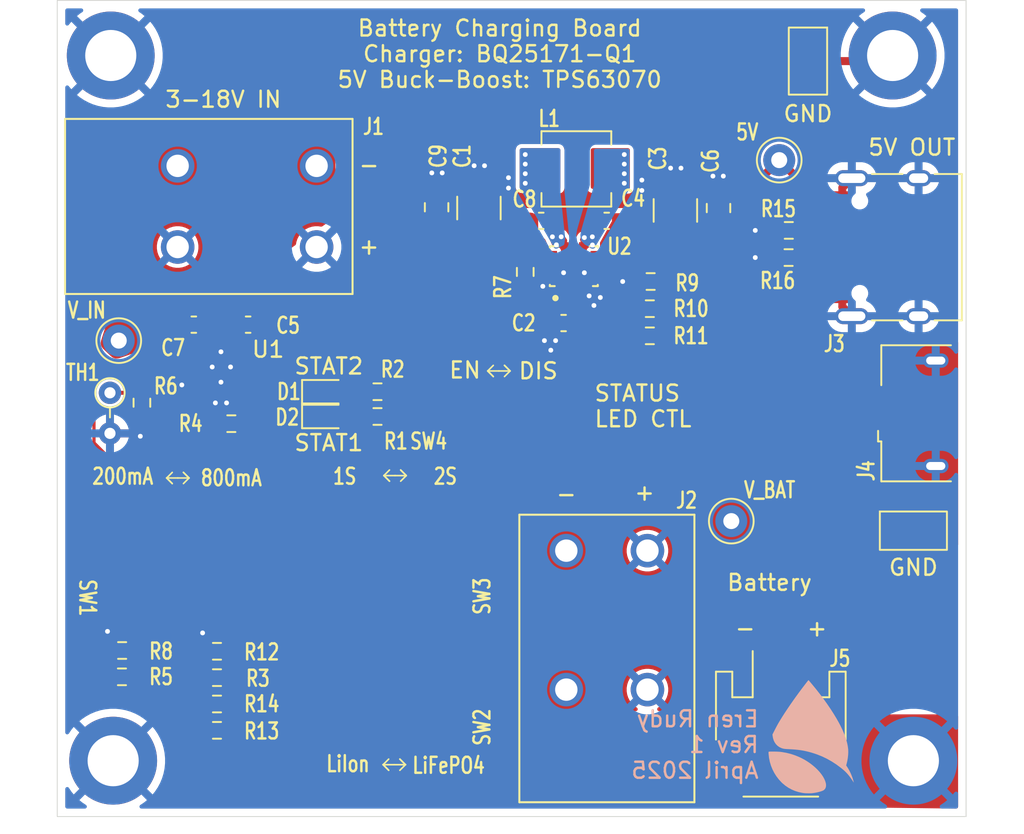
<source format=kicad_pcb>
(kicad_pcb (version 20241229) (generator "pcbnew") (generator_version "9.0")
  (layers (0 "F.Cu" signal) (2 "B.Cu" signal) (13 "F.Paste" user) (15 "B.Paste" user) (5 "F.SilkS" user "F.Silkscreen") (7 "B.SilkS" user "B.Silkscreen") (1 "F.Mask" user) (3 "B.Mask" user) (25 "Edge.Cuts" user))
  (net 0 "")
  (net 1 "Net-(D1-A)")
  (net 2 "Net-(D1-K)")
  (net 3 "Net-(D2-K)")
  (net 4 "Net-(D2-A)")
  (net 5 "GND")
  (net 6 "Net-(U1-CHM_TMR)")
  (net 7 "Net-(U1-TS)")
  (net 8 "/PWR_BAT")
  (net 9 "Net-(U2-VAUX)")
  (net 10 "/5V0")
  (net 11 "/PWR_PANEL")
  (net 18 "Net-(J3-CC2)")
  (net 19 "Net-(J3-CC1)")
  (net 23 "Net-(U2-L1)")
  (net 24 "Net-(U2-L2)")
  (net 25 "Net-(R1-Pad2)")
  (net 26 "Net-(R3-Pad2)")
  (net 27 "Net-(R5-Pad2)")
  (net 28 "Net-(U2-EN)")
  (net 29 "Net-(R8-Pad2)")
  (net 30 "Net-(U2-FB)")
  (net 31 "Net-(U2-PG)")
  (net 32 "Net-(R12-Pad2)")
  (net 33 "Net-(R13-Pad2)")
  (net 34 "Net-(R14-Pad2)")
  (net 37 "/ISET")
  (net 39 "Net-(SW2-B-Pad2)")
  (net 40 "Net-(SW2-B-Pad5)")
  (net 43 "/VSET")
  (footprint "Capacitor_SMD:C_1210_3225Metric_Pad1.33x2.70mm_HandSolder" (layer "F.Cu") (at 127.13 87.05 -90)
    (property "Reference" "C1")
    (property "Value" "47u")
  )
  (footprint "LED_SMD:LED_0603_1608Metric" (layer "F.Cu") (at 117.5425 100.1)
    (property "Reference" "D2")
    (property "Value" "LED")
  )
  (footprint "rwh-sensors:TI_VQFN15_TPS63070RNMR" (layer "F.Cu") (at 133.07 90.6875 90)
    (property "Reference" "U2")
    (property "Value" "TPS63070")
  )
  (footprint "Capacitor_SMD:C_0603_1608Metric_Pad1.08x0.95mm_HandSolder" (layer "F.Cu") (at 132.43 94.25)
    (property "Reference" "C2")
    (property "Value" "100n")
  )
  (footprint "Inductor_SMD:L_Changjiang_FXL0420" (layer "F.Cu") (at 133.23 84.6)
    (property "Reference" "L1")
    (property "Value" "1.5uH")
  )
  (footprint "Resistor_SMD:R_0603_1608Metric_Pad0.98x0.95mm_HandSolder" (layer "F.Cu") (at 110.73 118.1)
    (property "Reference" "R14")
    (property "Value" "3.6k")
  )
  (footprint "rwh-sensors:TI_VSON10_BQ25171" (layer "F.Cu") (at 110.98 97)
    (property "Reference" "U1")
    (property "Value" "BQ25171-Q1")
  )
  (footprint "MountingHole:MountingHole_3.2mm_M3_ISO14580_Pad" (layer "F.Cu") (at 104.23 121.65)
    (property "Reference" "H3" (hide yes))
    (property "Value" "MountingHole_Pad")
  )
  (footprint "rwh-sensors:JLC_DongGuan_DSIC01LSGET" (layer "F.Cu") (at 128.43 99.4 90)
    (property "Reference" "SW4")
    (property "Value" "SW_DIP_x01")
  )
  (footprint "Resistor_SMD:R_0603_1608Metric_Pad0.98x0.95mm_HandSolder" (layer "F.Cu") (at 106.03 99.2375 90)
    (property "Reference" "R6")
    (property "Value" "10k")
  )
  (footprint "Resistor_SMD:R_0603_1608Metric_Pad0.98x0.95mm_HandSolder" (layer "F.Cu") (at 120.78 98.55)
    (property "Reference" "R2")
    (property "Value" "10k")
  )
  (footprint "Resistor_SMD:R_0603_1608Metric_Pad0.98x0.95mm_HandSolder" (layer "F.Cu") (at 111.63 100.55)
    (property "Reference" "R4")
    (property "Value" "62k")
  )
  (footprint "rwh-sensors:JLC_SHOU-HAN_MST22D18G2" (layer "F.Cu") (at 121.88 108.65 180)
    (property "Reference" "SW3")
    (property "Value" "SW_Slide_DPDT")
  )
  (footprint "Resistor_SMD:R_0603_1608Metric_Pad0.98x0.95mm_HandSolder" (layer "F.Cu") (at 120.78 100.1)
    (property "Reference" "R1")
    (property "Value" "10k")
  )
  (footprint "rwh-sensors:PHOENIX_1017503" (layer "F.Cu") (at 101.2175 81.47 -90)
    (property "Reference" "J1")
    (property "Value" "1017503")
  )
  (footprint "rwh-sensors:JLC_SHOU-HAN_MST22D18G2" (layer "F.Cu") (at 121.83 116.8)
    (property "Reference" "SW2")
    (property "Value" "SW_Slide_DPDT")
  )
  (footprint "Capacitor_SMD:C_1210_3225Metric_Pad1.33x2.70mm_HandSolder" (layer "F.Cu") (at 139.43 87.2 -90)
    (property "Reference" "C3")
    (property "Value" "47u")
  )
  (footprint "TestPoint:TestPoint_Keystone_5019_Miniature" (layer "F.Cu") (at 147.73 77.85 -90)
    (property "Reference" "TP4" (hide yes))
    (property "Value" "TestPoint")
  )
  (footprint "Capacitor_SMD:C_0603_1608Metric_Pad1.08x0.95mm_HandSolder" (layer "F.Cu") (at 109.28 94.35 180)
    (property "Reference" "C7")
    (property "Value" "1u")
  )
  (footprint "MountingHole:MountingHole_3.2mm_M3_ISO14580_Pad" (layer "F.Cu") (at 153.03 77.5)
    (property "Reference" "H2" (hide yes))
    (property "Value" "MountingHole_Pad")
  )
  (footprint "Resistor_SMD:R_0603_1608Metric_Pad0.98x0.95mm_HandSolder" (layer "F.Cu") (at 104.78 116.4)
    (property "Reference" "R5")
    (property "Value" "375")
  )
  (footprint "Capacitor_SMD:C_0603_1608Metric_Pad1.08x0.95mm_HandSolder" (layer "F.Cu") (at 112.68 94.35)
    (property "Reference" "C5")
    (property "Value" "1u")
  )
  (footprint "Resistor_SMD:R_0603_1608Metric_Pad0.98x0.95mm_HandSolder" (layer "F.Cu") (at 137.83 93.35 180)
    (property "Reference" "R10")
    (property "Value" "523k")
  )
  (footprint "TestPoint:TestPoint_Keystone_5000-5004_Miniature" (layer "F.Cu") (at 142.93 106.65)
    (property "Reference" "TP2" (hide yes))
    (property "Value" "TestPoint")
  )
  (footprint "Resistor_SMD:R_0603_1608Metric_Pad0.98x0.95mm_HandSolder" (layer "F.Cu") (at 104.7925 114.75)
    (property "Reference" "R8")
    (property "Value" "1.5k")
  )
  (footprint "MountingHole:MountingHole_3.2mm_M3_ISO14580_Pad" (layer "F.Cu") (at 104.08 77.5)
    (property "Reference" "H1" (hide yes))
    (property "Value" "MountingHole_Pad")
  )
  (footprint "LED_SMD:LED_0603_1608Metric" (layer "F.Cu") (at 117.5425 98.55)
    (property "Reference" "D1")
    (property "Value" "LED")
  )
  (footprint "Resistor_THT:R_Axial_DIN0204_L3.6mm_D1.6mm_P2.54mm_Vertical" (layer "F.Cu") (at 104.03 98.6175 -90)
    (property "Reference" "TH1")
    (property "Value" "10k")
  )
  (footprint "Resistor_SMD:R_0603_1608Metric_Pad0.98x0.95mm_HandSolder" (layer "F.Cu") (at 146.53 88.45 180)
    (property "Reference" "R15")
    (property "Value" "5.1k")
  )
  (footprint "TestPoint:TestPoint_Keystone_5000-5004_Miniature" (layer "F.Cu") (at 145.93 84.05)
    (property "Reference" "TP3" (hide yes))
    (property "Value" "TestPoint")
  )
  (footprint "Capacitor_SMD:C_0805_2012Metric_Pad1.18x1.45mm_HandSolder" (layer "F.Cu") (at 124.48 87 -90)
    (property "Reference" "C9")
    (property "Value" "47u")
  )
  (footprint "MountingHole:MountingHole_3.2mm_M3_ISO14580_Pad" (layer "F.Cu") (at 154.33 121.65)
    (property "Reference" "H4" (hide yes))
    (property "Value" "MountingHole_Pad")
  )
  (footprint "Connector_USB:USB_C_Receptacle_XKB_U262-16XN-4BVC11" (layer "F.Cu") (at 153.58 89.5 90)
    (property "Reference" "J3")
    (property "Value" "USB_C_Receptacle_USB2.0_16P")
  )
  (footprint "Resistor_SMD:R_0603_1608Metric_Pad0.98x0.95mm_HandSolder" (layer "F.Cu") (at 137.83 95.05)
    (property "Reference" "R11")
    (property "Value" "100k")
  )
  (footprint "Resistor_SMD:R_0603_1608Metric_Pad0.98x0.95mm_HandSolder" (layer "F.Cu") (at 130.03 91.05 90)
    (property "Reference" "R7")
    (property "Value" "10k")
  )
  (footprint "Capacitor_SMD:C_0805_2012Metric_Pad1.18x1.45mm_HandSolder" (layer "F.Cu") (at 142.13 87.05 -90)
    (property "Reference" "C6")
    (property "Value" "100u")
  )
  (footprint "Capacitor_SMD:C_0603_1608Metric_Pad1.08x0.95mm_HandSolder" (layer "F.Cu") (at 131.03 87.85)
    (property "Reference" "C8")
    (property "Value" "10u")
  )
  (footprint "Resistor_SMD:R_0603_1608Metric_Pad0.98x0.95mm_HandSolder" (layer "F.Cu") (at 110.73 119.75)
    (property "Reference" "R13")
    (property "Value" "6.2k")
  )
  (footprint "Connector_USB:USB_Micro-B_Amphenol_10118193-0002LF_Horizontal" (layer "F.Cu") (at 155.73 99.9 90)
    (property "Reference" "J4")
    (property "Value" "USB_B_Micro")
  )
  (footprint "rwh-sensors:PHOENIX_1017503" (layer "F.Cu") (at 129.66 124.25)
    (property "Reference" "J2")
    (property "Value" "1017503")
  )
  (footprint "TestPoint:TestPoint_Keystone_5000-5004_Miniature" (layer "F.Cu") (at 104.58 95.35)
    (property "Reference" "TP1" (hide yes))
    (property "Value" "TestPoint")
  )
  (footprint "Resistor_SMD:R_0603_1608Metric_Pad0.98x0.95mm_HandSolder" (layer "F.Cu") (at 110.73 114.8)
    (property "Reference" "R12")
    (property "Value" "18k")
  )
  (footprint "rwh-sensors:JLC_SHOU-HAN_MST22D18G2" (layer "F.Cu") (at 108.23 108.65)
    (property "Reference" "SW1")
    (property "Value" "SW_Slide_DPDT")
  )
  (footprint "Resistor_SMD:R_0603_1608Metric_Pad0.98x0.95mm_HandSolder" (layer "F.Cu") (at 146.5175 90.15 180)
    (property "Reference" "R16")
    (property "Value" "5.1k")
  )
  (footprint "Capacitor_SMD:C_0603_1608Metric_Pad1.08x0.95mm_HandSolder" (layer "F.Cu") (at 135.13 87.85)
    (property "Reference" "C4")
    (property "Value" "10u")
  )
  (footprint "Connector_JST:JST_PH_S2B-PH-SM4-TB_1x02-1MP_P2.00mm_Horizontal" (layer "F.Cu") (at 146.03 119.3875)
    (property "Reference" "J5")
    (property "Value" "~")
  )
  (footprint "TestPoint:TestPoint_Keystone_5019_Miniature" (layer "F.Cu") (at 154.33 107.25)
    (property "Reference" "TP5" (hide yes))
    (property "Value" "TestPoint")
  )
  (footprint "Resistor_SMD:R_0603_1608Metric_Pad0.98x0.95mm_HandSolder" (layer "F.Cu") (at 110.73 116.45)
    (property "Reference" "R3")
    (property "Value" "62k")
  )
  (footprint "Resistor_SMD:R_0603_1608Metric_Pad0.98x0.95mm_HandSolder" (layer "F.Cu") (at 137.88 91.65 180)
    (property "Reference" "R9")
    (property "Value" "100k")
  )
  (footprint "LOGO" (layer "B.Cu") (at 147.764031 120.108108 180)
    (property "Reference" "G***" (hide yes))
    (property "Value" "LOGO" (hide yes))
  )
  (gr_line (start 121.83 121.9) (end 121.13 121.9) (stroke (width 0.1)) (layer "F.SilkS"))
  (gr_line (start 107.58 103.95) (end 107.93 104.3) (stroke (width 0.1)) (layer "F.SilkS"))
  (gr_line (start 128.03 97.6) (end 127.68 97.25) (stroke (width 0.1)) (layer "F.SilkS"))
  (gr_line (start 121.53 104.15) (end 121.18 103.8) (stroke (width 0.1)) (layer "F.SilkS"))
  (gr_line (start 122.23 103.45) (end 122.58 103.8) (stroke (width 0.1)) (layer "F.SilkS"))
  (gr_line (start 121.83 121.9) (end 122.53 121.9) (stroke (width 0.1)) (layer "F.SilkS"))
  (gr_line (start 128.38 97.25) (end 129.08 97.25) (stroke (width 0.1)) (layer "F.SilkS"))
  (gr_line (start 128.38 97.25) (end 127.68 97.25) (stroke (width 0.1)) (layer "F.SilkS"))
  (gr_line (start 121.13 121.9) (end 121.48 121.55) (stroke (width 0.1)) (layer "F.SilkS"))
  (gr_line (start 122.18 121.55) (end 122.53 121.9) (stroke (width 0.1)) (layer "F.SilkS"))
  (gr_line (start 122.58 103.8) (end 122.23 103.45) (stroke (width 0.1)) (layer "F.SilkS"))
  (gr_line (start 127.68 97.25) (end 128.03 96.9) (stroke (width 0.1)) (layer "F.SilkS"))
  (gr_line (start 129.08 97.25) (end 128.73 96.9) (stroke (width 0.1)) (layer "F.SilkS"))
  (gr_line (start 108.28 103.95) (end 107.58 103.95) (stroke (width 0.1)) (layer "F.SilkS"))
  (gr_line (start 122.53 121.9) (end 122.18 121.55) (stroke (width 0.1)) (layer "F.SilkS"))
  (gr_line (start 121.88 103.8) (end 122.58 103.8) (stroke (width 0.1)) (layer "F.SilkS"))
  (gr_line (start 108.98 103.95) (end 108.63 103.6) (stroke (width 0.1)) (layer "F.SilkS"))
  (gr_line (start 121.88 103.8) (end 121.18 103.8) (stroke (width 0.1)) (layer "F.SilkS"))
  (gr_line (start 108.98 103.95) (end 108.63 104.3) (stroke (width 0.1)) (layer "F.SilkS"))
  (gr_line (start 107.58 103.95) (end 107.93 103.6) (stroke (width 0.1)) (layer "F.SilkS"))
  (gr_line (start 121.48 122.25) (end 121.13 121.9) (stroke (width 0.1)) (layer "F.SilkS"))
  (gr_line (start 121.18 103.8) (end 121.53 103.45) (stroke (width 0.1)) (layer "F.SilkS"))
  (gr_line (start 127.68 97.25) (end 128.03 97.6) (stroke (width 0.1)) (layer "F.SilkS"))
  (gr_line (start 108.63 103.6) (end 108.98 103.95) (stroke (width 0.1)) (layer "F.SilkS"))
  (gr_line (start 128.73 96.9) (end 129.08 97.25) (stroke (width 0.1)) (layer "F.SilkS"))
  (gr_line (start 108.28 103.95) (end 108.98 103.95) (stroke (width 0.1)) (layer "F.SilkS"))
  (gr_line (start 129.08 97.25) (end 128.73 97.6) (stroke (width 0.1)) (layer "F.SilkS"))
  (gr_line (start 122.58 103.8) (end 122.23 104.15) (stroke (width 0.1)) (layer "F.SilkS"))
  (gr_line (start 121.18 103.8) (end 121.53 104.15) (stroke (width 0.1)) (layer "F.SilkS"))
  (gr_line (start 122.53 121.9) (end 122.18 122.25) (stroke (width 0.1)) (layer "F.SilkS"))
  (gr_line (start 107.93 104.3) (end 107.58 103.95) (stroke (width 0.1)) (layer "F.SilkS"))
  (gr_line (start 121.13 121.9) (end 121.48 122.25) (stroke (width 0.1)) (layer "F.SilkS"))
  (gr_rect (start 100.73 74.05) (end 157.63 125.15) (stroke (width 0.05)) (fill no) (layer "Edge.Cuts"))
  (gr_text "Battery Charging Board\nCharger: BQ25171-Q1\n5V Buck-Boost: TPS63070" (at 128.43 77.4 0) (layer "F.SilkS") (effects (font (size 1 1) (thickness 0.1524))))
  (gr_text "5V" (at 143.93 82.3 0) (layer "F.SilkS") (effects (font (size 1 0.75) (thickness 0.1524) (bold yes))))
  (gr_text "+" (at 147.58 113.35 0) (layer "F.SilkS") (effects (font (size 1 1) (thickness 0.1524) (bold yes)) (justify left)))
  (gr_text "STATUS\nLED CTL" (at 134.28 99.45 0) (layer "F.SilkS") (effects (font (size 1 1) (thickness 0.1524)) (justify left)))
  (gr_text "1S" (at 118.73 103.85 0) (layer "F.SilkS") (effects (font (size 1 0.75) (thickness 0.1524))))
  (gr_text "STAT1" (at 117.73 101.75 0) (layer "F.SilkS") (effects (font (size 1 1) (thickness 0.1524))))
  (gr_text "EN" (at 125.18 97.2 0) (layer "F.SilkS") (effects (font (size 1 1) (thickness 0.1524)) (justify left)))
  (gr_text "LiFePO4" (at 125.23 121.95 0) (layer "F.SilkS") (effects (font (size 1 0.75) (thickness 0.1524))))
  (gr_text "5V OUT" (at 154.23 83.25 0) (layer "F.SilkS") (effects (font (size 1 1) (thickness 0.1524) (bold yes))))
  (gr_text "200mA" (at 104.83 103.85 0) (layer "F.SilkS") (effects (font (size 1 0.75) (thickness 0.1524))))
  (gr_text "V_IN" (at 102.58 93.45 0) (layer "F.SilkS") (effects (font (size 1 0.75) (thickness 0.1524))))
  (gr_text "+" (at 136.78 104.85 0) (layer "F.SilkS") (effects (font (size 1 1) (thickness 0.1524) (bold yes)) (justify left)))
  (gr_text "DIS" (at 129.53 97.25 0) (layer "F.SilkS") (effects (font (size 1 1) (thickness 0.1524)) (justify left)))
  (gr_text "GND" (at 154.33 109.55 0) (layer "F.SilkS") (effects (font (size 1 1) (thickness 0.1524))))
  (gr_text "-" (at 131.88 104.95 0) (layer "F.SilkS") (effects (font (size 1 1) (thickness 0.1524) (bold yes)) (justify left)))
  (gr_text "STAT2" (at 117.73 96.95 0) (layer "F.SilkS") (effects (font (size 1 1) (thickness 0.1524))))
  (gr_text "3-18V IN" (at 111.13 80.25 0) (layer "F.SilkS") (effects (font (size 1 1) (thickness 0.1524))))
  (gr_text "-" (at 143.08 113.35 0) (layer "F.SilkS") (effects (font (size 1 1) (thickness 0.1524) (bold yes)) (justify left)))
  (gr_text "V_BAT" (at 145.33 104.7 0) (layer "F.SilkS") (effects (font (size 1 0.75) (thickness 0.1524))))
  (gr_text "+" (at 119.53 89.45 0) (layer "F.SilkS") (effects (font (size 1 1) (thickness 0.1524) (bold yes)) (justify left)))
  (gr_text "2S" (at 125.03 103.85 0) (layer "F.SilkS") (effects (font (size 1 0.75) (thickness 0.1524))))
  (gr_text "LiIon" (at 118.93 121.85 0) (layer "F.SilkS") (effects (font (size 1 0.75) (thickness 0.1524))))
  (gr_text "GND" (at 147.73 81.15 0) (layer "F.SilkS") (effects (font (size 1 1) (thickness 0.1524))))
  (gr_text "-" (at 119.53 84.35 0) (layer "F.SilkS") (effects (font (size 1 1) (thickness 0.1524) (bold yes)) (justify left)))
  (gr_text "800mA" (at 111.63 103.95 0) (layer "F.SilkS") (effects (font (size 1 0.75) (thickness 0.1524))))
  (gr_text "Battery" (at 142.58 110.5 0) (layer "F.SilkS") (effects (font (size 1 1) (thickness 0.1524) (bold yes)) (justify left)))
  (gr_text "Eren Rudy\nRev 1\nApril 2025\n" (at 144.73 120.65 0) (layer "B.SilkS") (effects (font (size 1 1) (thickness 0.1524)) (justify left mirror)))
  (segment (start 118.33 98.55) (end 119.8675 98.55) (width 0.25) (layer "F.Cu") (net 1))
  (segment (start 112.455 97) (end 113.08 97) (width 0.25) (layer "F.Cu") (net 2))
  (segment (start 113.08 97) (end 114.63 98.55) (width 0.25) (layer "F.Cu") (net 2))
  (segment (start 114.63 98.55) (end 116.755 98.55) (width 0.25) (layer "F.Cu") (net 2))
  (segment (start 112.455 97.5125) (end 112.95469 97.5125) (width 0.25) (layer "F.Cu") (net 3))
  (segment (start 115.54219 100.1) (end 116.755 100.1) (width 0.25) (layer "F.Cu") (net 3))
  (segment (start 112.95469 97.5125) (end 115.54219 100.1) (width 0.25) (layer "F.Cu") (net 3))
  (segment (start 118.33 100.1) (end 119.8675 100.1) (width 0.25) (layer "F.Cu") (net 4))
  (segment (start 103.8675 114.7625) (end 103.88 114.75) (width 0.5) (layer "F.Cu") (net 5))
  (segment (start 109.8175 118.1) (end 109.8175 116.45) (width 0.5) (layer "F.Cu") (net 5))
  (segment (start 145.605 90.15) (end 144.43 90.15) (width 0.5) (layer "F.Cu") (net 5))
  (segment (start 105.75 101.1575) (end 105.93 101.3375) (width 0.5) (layer "F.Cu") (net 5))
  (segment (start 145.6175 88.45) (end 144.43 88.45) (width 0.5) (layer "F.Cu") (net 5))
  (segment (start 109.8175 113.6625) (end 109.83 113.65) (width 0.5) (layer "F.Cu") (net 5))
  (segment (start 103.88 114.75) (end 103.88 113.558307) (width 0.5) (layer "F.Cu") (net 5))
  (segment (start 103.8675 116.4) (end 103.8675 114.7625) (width 0.5) (layer "F.Cu") (net 5))
  (segment (start 108.655 98) (end 108.53 98.125) (width 0.25) (layer "F.Cu") (net 5))
  (segment (start 152.68 77.85) (end 153.03 77.5) (width 0.5) (layer "F.Cu") (net 5))
  (segment (start 104.03 101.1575) (end 105.75 101.1575) (width 0.5) (layer "F.Cu") (net 5))
  (segment (start 149.8825 93.2275) (end 150.475 93.82) (width 0.5) (layer "F.Cu") (net 5))
  (segment (start 105.93 101.3375) (end 105.93 100.25) (width 0.5) (layer "F.Cu") (net 5))
  (segment (start 134.47 90.9125) (end 136.23 90.9125) (width 0.25) (layer "F.Cu") (net 5))
  (segment (start 147.73 77.85) (end 152.68 77.85) (width 0.5) (layer "F.Cu") (net 5))
  (segment (start 149.8825 92.85) (end 149.8825 93.2275) (width 0.5) (layer "F.Cu") (net 5))
  (segment (start 136.23 90.9125) (end 136.9675 91.65) (width 0.25) (layer "F.Cu") (net 5))
  (segment (start 105.93 100.25) (end 106.03 100.15) (width 0.5) (layer "F.Cu") (net 5))
  (segment (start 109.8175 119.75) (end 109.8175 118.1) (width 0.5) (layer "F.Cu") (net 5))
  (segment (start 149.8825 85.7725) (end 150.475 85.18) (width 0.5) (layer "F.Cu") (net 5))
  (segment (start 131.6675 91.4125) (end 131.13 91.95) (width 0.25) (layer "F.Cu") (net 5))
  (segment (start 109.8175 114.8) (end 109.8175 113.6625) (width 0.5) (layer "F.Cu") (net 5))
  (segment (start 103.88 113.558307) (end 103.87565 113.553957) (width 0.5) (layer "F.Cu") (net 5))
  (segment (start 109.505 98) (end 108.655 98) (width 0.25) (layer "F.Cu") (net 5))
  (segment (start 109.8175 116.45) (end 109.8175 114.8) (width 0.5) (layer "F.Cu") (net 5))
  (segment (start 131.67 91.4125) (end 131.6675 91.4125) (width 0.25) (layer "F.Cu") (net 5))
  (segment (start 136.9675 91.65) (end 136.13 91.65) (width 0.25) (layer "F.Cu") (net 5))
  (segment (start 149.8825 86.15) (end 149.8825 85.7725) (width 0.5) (layer "F.Cu") (net 5))
  (via (at 134.03 92.55) (size 0.6) (drill 0.3) (layers "F.Cu" "B.Cu") (net 5))
  (via (at 141.78 85.05) (size 0.6) (drill 0.3) (layers "F.Cu" "B.Cu") (net 5))
  (via (at 133.73 91.1) (size 0.45) (drill 0.3) (layers "F.Cu" "B.Cu") (net 5))
  (via (at 131.63 95.95) (size 0.6) (drill 0.3) (layers "F.Cu" "B.Cu") (net 5))
  (via (at 105.93 101.3375) (size 0.6) (drill 0.3) (layers "F.Cu" "B.Cu") (net 5))
  (via (at 131.93 95.35) (size 0.6) (drill 0.3) (layers "F.Cu" "B.Cu") (net 5))
  (via (at 142.43 85.05) (size 0.6) (drill 0.3) (layers "F.Cu" "B.Cu") (net 5))
  (via (at 110.63 99.25) (size 0.6) (drill 0.3) (layers "F.Cu" "B.Cu") (net 5))
  (via (at 126.83 84.4) (size 0.6) (drill 0.3) (layers "F.Cu" "B.Cu") (net 5))
  (via (at 137.33 85.3) (size 0.6) (drill 0.3) (layers "F.Cu" "B.Cu") (net 5))
  (via (at 144.43 90.15) (size 0.6) (drill 0.3) (layers "F.Cu" "B.Cu") (net 5))
  (via (at 108.53 98.125) (size 0.6) (drill 0.3) (layers "F.Cu" "B.Cu") (net 5))
  (via (at 132.43 91.1) (size 0.45) (drill 0.3) (layers "F.Cu" "B.Cu") (net 5))
  (via (at 124.83 84.85) (size 0.6) (drill 0.3) (layers "F.Cu" "B.Cu") (net 5))
  (via (at 111.58 97) (size 0.45) (drill 0.3) (layers "F.Cu" "B.Cu") (net 5))
  (via (at 103.87565 113.553957) (size 0.6) (drill 0.3) (layers "F.Cu" "B.Cu") (net 5))
  (via (at 110.98 97.95) (size 0.45) (drill 0.3) (layers "F.Cu" "B.Cu") (net 5))
  (via (at 110.43 97) (size 0.45) (drill 0.3) (layers "F.Cu" "B.Cu") (net 5))
  (via (at 131.13 91.95) (size 0.6) (drill 0.3) (layers "F.Cu" "B.Cu") (net 5))
  (via (at 111.33 99.25) (size 0.6) (drill 0.3) (layers "F.Cu" "B.Cu") (net 5))
  (via (at 139.78 84.55) (size 0.6) (drill 0.3) (layers "F.Cu" "B.Cu") (net 5))
  (via (at 124.18 84.85) (size 0.6) (drill 0.3) (layers "F.Cu" "B.Cu") (net 5))
  (via (at 137.33 85.95) (size 0.6) (drill 0.3) (layers "F.Cu" "B.Cu") (net 5))
  (via (at 128.98 85.15) (size 0.6) (drill 0.3) (layers "F.Cu" "B.Cu") (net 5))
  (via (at 144.43 88.45) (size 0.6) (drill 0.3) (layers "F.Cu" "B.Cu") (net 5))
  (via (at 136.13 91.65) (size 0.6) (drill 0.3) (layers "F.Cu" "B.Cu") (net 5))
  (via (at 139.13 84.55) (size 0.6) (drill 0.3) (layers "F.Cu" "B.Cu") (net 5))
  (via (at 110.98 96.05) (size 0.45) (drill 0.3) (layers "F.Cu" "B.Cu") (net 5))
  (via (at 131.23 95.35) (size 0.6) (drill 0.3) (layers "F.Cu" "B.Cu") (net 5))
  (via (at 128.98 85.8) (size 0.6) (drill 0.3) (layers "F.Cu" "B.Cu") (net 5))
  (via (at 134.73 92.65) (size 0.6) (drill 0.3) (layers "F.Cu" "B.Cu") (net 5))
  (via (at 109.83 113.65) (size 0.6) (drill 0.3) (layers "F.Cu" "B.Cu") (net 5))
  (via (at 127.48 84.4) (size 0.6) (drill 0.3) (layers "F.Cu" "B.Cu") (net 5))
  (via (at 134.33 93.15) (size 0.6) (drill 0.3) (layers "F.Cu" "B.Cu") (net 5))
  (segment (start 112.455 98) (end 112.455 100.4625) (width 0.25) (layer "F.Cu") (net 6))
  (segment (start 112.455 100.4625) (end 112.5425 100.55) (width 0.25) (layer "F.Cu") (net 6))
  (segment (start 105.7375 98.6175) (end 106.03 98.325) (width 0.25) (layer "F.Cu") (net 7))
  (segment (start 104.03 98.6175) (end 105.7375 98.6175) (width 0.25) (layer "F.Cu") (net 7))
  (segment (start 106.03 98.325) (end 106.855 97.5) (width 0.25) (layer "F.Cu") (net 7))
  (segment (start 106.855 97.5) (end 109.505 97.5) (width 0.25) (layer "F.Cu") (net 7))
  (segment (start 131.3815 92.776) (end 129.55251 92.776) (width 0.25) (layer "F.Cu") (net 8))
  (segment (start 129.229 92.45249) (end 129.229 90.9385) (width 0.25) (layer "F.Cu") (net 8))
  (segment (start 129.55251 92.776) (end 129.229 92.45249) (width 0.25) (layer "F.Cu") (net 8))
  (segment (start 129.229 90.9385) (end 130.03 90.1375) (width 0.25) (layer "F.Cu") (net 8))
  (segment (start 132.32 91.8375) (end 131.3815 92.776) (width 0.25) (layer "F.Cu") (net 8))
  (segment (start 133.32 91.8375) (end 133.32 94.2225) (width 0.25) (layer "F.Cu") (net 9))
  (segment (start 133.32 94.2225) (end 133.2925 94.25) (width 0.25) (layer "F.Cu") (net 9))
  (segment (start 149.46 87.75) (end 148.1425 87.75) (width 0.25) (layer "F.Cu") (net 18))
  (segment (start 148.1425 87.75) (end 147.4425 88.45) (width 0.25) (layer "F.Cu") (net 18))
  (segment (start 148.03 90.75) (end 147.43 90.15) (width 0.25) (layer "F.Cu") (net 19))
  (segment (start 149.46 90.75) (end 148.03 90.75) (width 0.25) (layer "F.Cu") (net 19))
  (via (at 131.98 89.35) (size 0.45) (drill 0.3) (layers "F.Cu" "B.Cu") (net 23))
  (via (at 130.03 83.7) (size 0.6) (drill 0.3) (layers "F.Cu" "B.Cu") (net 23))
  (via (at 131.73 88.85) (size 0.45) (drill 0.3) (layers "F.Cu" "B.Cu") (net 23))
  (via (at 132.28 88.85) (size 0.45) (drill 0.3) (layers "F.Cu" "B.Cu") (net 23))
  (via (at 130.03 84.9) (size 0.6) (drill 0.3) (layers "F.Cu" "B.Cu") (net 23))
  (via (at 130.03 85.5) (size 0.6) (drill 0.3) (layers "F.Cu" "B.Cu") (net 23))
  (via (at 130.03 84.3) (size 0.6) (drill 0.3) (layers "F.Cu" "B.Cu") (net 23))
  (via (at 136.23 84.3) (size 0.6) (drill 0.3) (layers "F.Cu" "B.Cu") (net 24))
  (via (at 136.23 83.7) (size 0.6) (drill 0.3) (layers "F.Cu" "B.Cu") (net 24))
  (via (at 136.23 84.9) (size 0.6) (drill 0.3) (layers "F.Cu" "B.Cu") (net 24))
  (via (at 134.23 88.85) (size 0.45) (drill 0.3) (layers "F.Cu" "B.Cu") (net 24))
  (via (at 136.23 85.5) (size 0.6) (drill 0.3) (layers "F.Cu" "B.Cu") (net 24))
  (via (at 134.237152 89.3625) (size 0.45) (drill 0.3) (layers "F.Cu" "B.Cu") (net 24))
  (via (at 133.73 88.9) (size 0.45) (drill 0.3) (layers "F.Cu" "B.Cu") (net 24))
  (segment (start 123.18 98.55) (end 124.03 99.4) (width 0.25) (layer "F.Cu") (net 25))
  (segment (start 121.6925 100.1) (end 123.33 100.1) (width 0.25) (layer "F.Cu") (net 25))
  (segment (start 121.6925 98.55) (end 123.18 98.55) (width 0.25) (layer "F.Cu") (net 25))
  (segment (start 123.33 100.1) (end 124.03 99.4) (width 0.25) (layer "F.Cu") (net 25))
  (segment (start 111.6425 116.45) (end 121.68 116.45) (width 0.2) (layer "F.Cu") (net 26))
  (segment (start 121.68 116.45) (end 124.33 113.8) (width 0.2) (layer "F.Cu") (net 26))
  (segment (start 107.03 109.35) (end 107.03 115.0625) (width 0.25) (layer "F.Cu") (net 27))
  (segment (start 110.73 105.65) (end 107.03 109.35) (width 0.25) (layer "F.Cu") (net 27))
  (segment (start 107.03 115.0625) (end 105.6925 116.4) (width 0.25) (layer "F.Cu") (net 27))
  (segment (start 131.08 90.9125) (end 131.67 90.9125) (width 0.25) (layer "F.Cu") (net 28))
  (segment (start 130.03 91.9625) (end 131.08 90.9125) (width 0.25) (layer "F.Cu") (net 28))
  (segment (start 104.904 106.476) (end 104.904 113.949) (width 0.25) (layer "F.Cu") (net 29))
  (segment (start 104.904 113.949) (end 105.705 114.75) (width 0.25) (layer "F.Cu") (net 29))
  (segment (start 105.73 105.65) (end 104.904 106.476) (width 0.25) (layer "F.Cu") (net 29))
  (segment (start 134.47 91.4125) (end 134.98 91.4125) (width 0.25) (layer "F.Cu") (net 30))
  (segment (start 134.98 91.4125) (end 136.9175 93.35) (width 0.25) (layer "F.Cu") (net 30))
  (segment (start 136.9175 93.35) (end 137.0925 93.35) (width 0.25) (layer "F.Cu") (net 30))
  (segment (start 137.0925 93.35) (end 138.7925 91.65) (width 0.25) (layer "F.Cu") (net 30))
  (segment (start 132.82 91.8375) (end 132.82 92.73649) (width 0.25) (layer "F.Cu") (net 31))
  (segment (start 132.30649 93.25) (end 130.73 93.25) (width 0.25) (layer "F.Cu") (net 31))
  (segment (start 130.73 93.25) (end 130.43 93.55) (width 0.25) (layer "F.Cu") (net 31))
  (segment (start 130.43 93.55) (end 130.43 95.75) (width 0.25) (layer "F.Cu") (net 31))
  (segment (start 130.43 95.75) (end 131.33 96.65) (width 0.25) (layer "F.Cu") (net 31))
  (segment (start 131.33 96.65) (end 135.3175 96.65) (width 0.25) (layer "F.Cu") (net 31))
  (segment (start 135.3175 96.65) (end 136.9175 95.05) (width 0.25) (layer "F.Cu") (net 31))
  (segment (start 132.82 92.73649) (end 132.30649 93.25) (width 0.25) (layer "F.Cu") (net 31))
  (segment (start 118.33 114.8) (end 119.33 113.8) (width 0.2) (layer "F.Cu") (net 32))
  (segment (start 111.6425 114.8) (end 118.33 114.8) (width 0.2) (layer "F.Cu") (net 32))
  (segment (start 122.88 121.25) (end 124.33 119.8) (width 0.2) (layer "F.Cu") (net 33))
  (segment (start 113.1425 121.25) (end 122.88 121.25) (width 0.2) (layer "F.Cu") (net 33))
  (segment (start 111.6425 119.75) (end 113.1425 121.25) (width 0.2) (layer "F.Cu") (net 33))
  (segment (start 111.6425 118.1) (end 117.63 118.1) (width 0.2) (layer "F.Cu") (net 34))
  (segment (start 117.63 118.1) (end 119.33 119.8) (width 0.2) (layer "F.Cu") (net 34))
  (segment (start 105.33 97.25) (end 106.08 96.5) (width 0.2) (layer "F.Cu") (net 37))
  (segment (start 103.029 101.748) (end 103.029 98.051) (width 0.2) (layer "F.Cu") (net 37))
  (segment (start 103.029 98.051) (end 103.83 97.25) (width 0.2) (layer "F.Cu") (net 37))
  (segment (start 105.531 102.951) (end 104.232 102.951) (width 0.2) (layer "F.Cu") (net 37))
  (segment (start 108.23 105.65) (end 105.531 102.951) (width 0.2) (layer "F.Cu") (net 37))
  (segment (start 106.08 96.5) (end 109.505 96.5) (width 0.2) (layer "F.Cu") (net 37))
  (segment (start 103.83 97.25) (end 105.33 97.25) (width 0.2) (layer "F.Cu") (net 37))
  (segment (start 104.232 102.951) (end 103.029 101.748) (width 0.2) (layer "F.Cu") (net 37))
  (segment (start 124.38 105.65) (end 125.63 106.9) (width 0.25) (layer "F.Cu") (net 39))
  (segment (start 125.63 116) (end 121.83 119.8) (width 0.25) (layer "F.Cu") (net 39))
  (segment (start 125.63 106.9) (end 125.63 116) (width 0.25) (layer "F.Cu") (net 39))
  (segment (start 120.53 112.5) (end 121.83 113.8) (width 0.25) (layer "F.Cu") (net 40))
  (segment (start 119.38 105.65) (end 120.53 106.8) (width 0.25) (layer "F.Cu") (net 40))
  (segment (start 120.53 106.8) (end 120.53 112.5) (width 0.25) (layer "F.Cu") (net 40))
  (segment (start 112.455 96.5) (end 124.08 96.5) (width 0.25) (layer "F.Cu") (net 43))
  (segment (start 124.08 96.5) (end 125.73 98.15) (width 0.25) (layer "F.Cu") (net 43))
  (segment (start 125.73 101.8) (end 121.88 105.65) (width 0.25) (layer "F.Cu") (net 43))
  (segment (start 125.73 98.15) (end 125.73 101.8) (width 0.25) (layer "F.Cu") (net 43))
  (zone (net 23) (net_name "Net-(U2-L1)") (layer "F.Cu") (priority 5) (connect_pads yes (clearance 0.25)) (min_thickness 0.25) (fill yes (thermal_gap 0.5) (thermal_bridge_width 0.5))
    (polygon (pts (xy 129.68 83.3) (xy 132.23 83.3) (xy 132.23 85.9) (xy 129.68 85.85)))
  )
  (zone (net 11) (net_name "/PWR_PANEL") (layer "F.Cu") (priority 4) (connect_pads yes (clearance 0.25)) (min_thickness 0.25) (fill yes (thermal_gap 0.5) (thermal_bridge_width 0.5) (smoothing fillet) (radius 0.5))
    (polygon (pts (xy 109.88 96.15) (xy 105.48 96.15) (xy 104.33 96.55) (xy 103.38 95.65) (xy 107.33 83.15) (xy 118.13 83.15) (xy 118.18 87.6) (xy 109.28 93.804571) (xy 109.28 94.97) (xy 109.88 95.69)))
  )
  (zone (net 8) (net_name "/PWR_BAT") (layer "F.Cu") (priority 3) (connect_pads yes (clearance 0.25)) (min_thickness 0.25) (fill yes (thermal_gap 0.5) (thermal_bridge_width 0.5) (smoothing fillet) (radius 0.5))
    (polygon (pts (xy 112.03 96.15) (xy 124.225238 96.15) (xy 126.13 98.15) (xy 131.33 107.25) (xy 131.33 118.55) (xy 139.03 118.55) (xy 144.33 114.45) (xy 146.03 114.45) (xy 146.03 118.787932) (xy 147.93 118.75) (xy 147.93 113.85) (xy 144.28 105.7) (xy 134.03 98.05) (xy 129.351755 94.65) (xy 129.351755 91.111659) (xy 130.03 91.05) (xy 131.208873 90.596587) (xy 132.03 90.596587) (xy 132.03 89.75) (xy 131.73 89.45) (xy 130.841649 88.600273) (xy 130.836593 87.341477) (xy 129.536171 87.322808) (xy 124.23 87.3) (xy 120.18 89.5) (xy 112.83 93.598094) (xy 112.83 94.75) (xy 112.03 95.85)))
  )
  (zone (net 10) (net_name "/5V0") (layer "F.Cu") (priority 11) (connect_pads (clearance 0.1524)) (min_thickness 0.25) (fill yes (thermal_gap 0.5) (thermal_bridge_width 0.5))
    (polygon (pts (xy 143.883554 86.798815) (xy 145.13 83.05) (xy 146.73 83.05) (xy 148.218975 86.807553)))
  )
  (zone (net 5) (net_name "GND") (layer "F.Cu") (priority 6) (connect_pads yes (clearance 0.1524)) (min_thickness 0.25) (fill yes (thermal_gap 0.5) (thermal_bridge_width 0.5))
    (polygon (pts (xy 130.83 93.55) (xy 132.23 93.55) (xy 132.23 96.25) (xy 131.43 96.25) (xy 130.83 95.55)))
  )
  (zone (net 5) (net_name "GND") (layer "F.Cu") (priority 7) (connect_pads yes (clearance 0.1524)) (min_thickness 0.25) (fill yes (thermal_gap 0.5) (thermal_bridge_width 0.5))
    (polygon (pts (xy 133.63 91.55) (xy 133.63 93.45) (xy 135.23 93.45) (xy 135.23 92.35) (xy 134.83 91.65) (xy 134.03 91.65) (xy 133.93 91.55)))
  )
  (zone (net 10) (net_name "/5V0") (layer "F.Cu") (priority 5) (connect_pads yes (clearance 0.25)) (min_thickness 0.25) (fill yes (thermal_gap 0.5) (thermal_bridge_width 0.5) (smoothing fillet) (radius 0.5))
    (polygon (pts (xy 134.13 90.593723) (xy 139.63 90.593723) (xy 139.63 92.85) (xy 138.23 92.85) (xy 138.23 95.55) (xy 146.03 101.45) (xy 151.23 101.45) (xy 153.73 101.45) (xy 153.73 100.85) (xy 151.23 100.85) (xy 150.53 98.85) (xy 148.63 93.994444) (xy 148.63 92.25) (xy 150.03 92.25) (xy 150.03 91.65) (xy 144.03 91.65) (xy 144.03 88.05) (xy 144.852885 87.394608) (xy 150.029651 87.396706) (xy 150.029974 86.798815) (xy 143.883554 86.798815) (xy 141.33 87.65) (xy 135.58 87.65) (xy 134.58 89.45) (xy 134.13 89.735715)))
  )
  (zone (net 5) (net_name "GND") (layer "F.Cu") (priority 9) (connect_pads yes (clearance 0.1524)) (min_thickness 0.25) (fill yes (thermal_gap 0.5) (thermal_bridge_width 0.5))
    (polygon (pts (xy 144.33 114.45) (xy 141.43 116.75) (xy 141.43 124.45) (xy 157.13 124.651282) (xy 157.13 118.75) (xy 147.93 118.75) (xy 146.03 118.787932) (xy 146.03 114.45)))
  )
  (zone (net 5) (net_name "GND") (layer "F.Cu") (priority 2) (connect_pads yes (clearance 0.1524)) (min_thickness 0.25) (fill yes (thermal_gap 0.5) (thermal_bridge_width 0.5))
    (polygon (pts (xy 108.23 101.25) (xy 111.93 101.25) (xy 111.93 95.85) (xy 112.03 95.35) (xy 112.48 94.9) (xy 112.48 93.7) (xy 109.43 93.7) (xy 109.43 95.15) (xy 108.93 97.75) (xy 108.23 97.85)))
  )
  (zone (net 5) (net_name "GND") (layer "F.Cu") (priority 4) (connect_pads yes (clearance 0.1524)) (min_thickness 0.25) (fill yes (thermal_gap 0.5) (thermal_bridge_width 0.5))
    (polygon (pts (xy 132.13 91.35) (xy 133.93 91.35) (xy 134.03 91.35) (xy 133.93 88.6) (xy 134.83 88.45) (xy 134.83 87.35) (xy 135.13 87.05) (xy 143.03 87.05) (xy 143.03 83.05) (xy 123.584991 83.05) (xy 123.572141 87.05) (xy 131.13 87.05) (xy 131.43 87.35) (xy 131.43 88.25) (xy 132.13 88.65)))
  )
  (zone (net 24) (net_name "Net-(U2-L2)") (layer "F.Cu") (priority 6) (connect_pads yes (clearance 0.25)) (min_thickness 0.25) (fill yes (thermal_gap 0.5) (thermal_bridge_width 0.5))
    (polygon (pts (xy 133.38 90.65) (xy 133.38 89.15) (xy 133.53 88.85) (xy 133.63 88.75) (xy 133.93 88.75) (xy 134.33 88.75) (xy 134.33 89.35) (xy 134.23 89.5) (xy 133.93 89.65) (xy 133.93 90.65)))
  )
  (zone (net 5) (net_name "GND") (layer "F.Cu") (connect_pads yes (clearance 0.1524)) (min_thickness 0.25) (fill yes (thermal_gap 0.5) (thermal_bridge_width 0.5))
    (polygon (pts (xy 152.43 95.35) (xy 152.43 108.25) (xy 157.13 108.25) (xy 157.13 95.35)))
  )
  (zone (net 23) (net_name "Net-(U2-L1)") (layer "F.Cu") (priority 6) (connect_pads yes (clearance 0.25)) (min_thickness 0.25) (fill yes (thermal_gap 0.5) (thermal_bridge_width 0.5))
    (polygon (pts (xy 132.78 90.65) (xy 132.73 89.15) (xy 132.38 88.65) (xy 132.03 88.65) (xy 131.53 88.65) (xy 131.53 88.95) (xy 131.73 89.4) (xy 131.88 89.55) (xy 132.23 89.65) (xy 132.23 90.65)))
  )
  (zone (net 24) (net_name "Net-(U2-L2)") (layer "F.Cu") (priority 5) (connect_pads yes (clearance 0.25)) (min_thickness 0.25) (fill yes (thermal_gap 0.5) (thermal_bridge_width 0.5))
    (polygon (pts (xy 134.13 83.3) (xy 136.58 83.3) (xy 136.58 85.898039) (xy 134.13 85.85)))
  )
  (zone (net 23) (net_name "Net-(U2-L1)") (layer "B.Cu") (priority 1) (connect_pads yes (clearance 0.25)) (min_thickness 0.25) (fill yes (thermal_gap 0.5) (thermal_bridge_width 0.5))
    (polygon (pts (xy 132.472308 89.353846) (xy 131.902449 89.638776) (xy 129.68 85.8) (xy 129.68 83.3) (xy 132.23 83.3) (xy 132.23 86.05) (xy 132.53 88.95)))
  )
  (zone (net 5) (net_name "GND") (layer "B.Cu") (connect_pads (clearance 0.1524)) (min_thickness 0.25) (fill yes (thermal_gap 0.5) (thermal_bridge_width 0.5))
    (polygon (pts (xy 100.73 74.05) (xy 157.63 74.05) (xy 157.63 125.15) (xy 100.73 125.25)))
  )
  (zone (net 24) (net_name "Net-(U2-L2)") (layer "B.Cu") (connect_pads yes (clearance 0.25)) (min_thickness 0.25) (fill yes (thermal_gap 0.5) (thermal_bridge_width 0.5))
    (polygon (pts (xy 133.761977 89.339328) (xy 134.311977 89.639328) (xy 136.561977 85.839328) (xy 136.561977 83.339328) (xy 134.33 83.339328) (xy 134.33 85.65) (xy 133.53 88.45) (xy 133.48 88.75) (xy 133.53 89.1)))
  )
)
</source>
